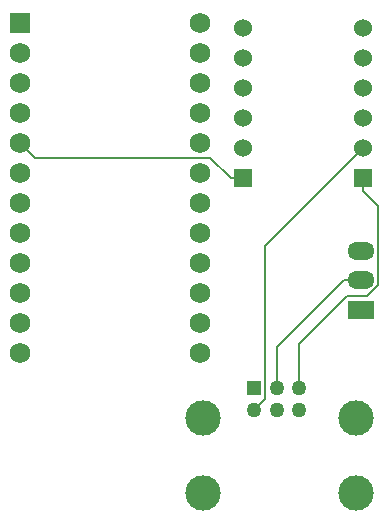
<source format=gbr>
%TF.GenerationSoftware,KiCad,Pcbnew,8.0.3*%
%TF.CreationDate,2024-07-16T22:19:37-05:00*%
%TF.ProjectId,3.3v Pro Micro Wii Connector,332e3376-2050-4726-9f20-4d6963726f20,rev?*%
%TF.SameCoordinates,Original*%
%TF.FileFunction,Copper,L1,Top*%
%TF.FilePolarity,Positive*%
%FSLAX46Y46*%
G04 Gerber Fmt 4.6, Leading zero omitted, Abs format (unit mm)*
G04 Created by KiCad (PCBNEW 8.0.3) date 2024-07-16 22:19:37*
%MOMM*%
%LPD*%
G01*
G04 APERTURE LIST*
%TA.AperFunction,ComponentPad*%
%ADD10R,1.270000X1.270000*%
%TD*%
%TA.AperFunction,ComponentPad*%
%ADD11C,1.270000*%
%TD*%
%TA.AperFunction,ComponentPad*%
%ADD12C,3.000000*%
%TD*%
%TA.AperFunction,ComponentPad*%
%ADD13C,1.524000*%
%TD*%
%TA.AperFunction,ComponentPad*%
%ADD14R,1.524000X1.524000*%
%TD*%
%TA.AperFunction,ComponentPad*%
%ADD15R,2.300000X1.500000*%
%TD*%
%TA.AperFunction,ComponentPad*%
%ADD16O,2.300000X1.500000*%
%TD*%
%TA.AperFunction,ComponentPad*%
%ADD17R,1.752600X1.752600*%
%TD*%
%TA.AperFunction,ComponentPad*%
%ADD18C,1.752600*%
%TD*%
%TA.AperFunction,Conductor*%
%ADD19C,0.200000*%
%TD*%
G04 APERTURE END LIST*
D10*
%TO.P,Connector1,1,3.3v*%
%TO.N,Net-(Connector1-2)*%
X181134000Y-112585000D03*
D11*
%TO.P,Connector1,2,SCL*%
%TO.N,Net-(Connector1-6)*%
X181134000Y-114490000D03*
%TO.P,Connector1,3,3.3v*%
%TO.N,Net-(Connector1-2)*%
X183039000Y-112585000D03*
%TO.P,Connector1,4*%
%TO.N,N/C*%
X183039000Y-114490000D03*
%TO.P,Connector1,5,SDA*%
%TO.N,Net-(Connector1-1)*%
X184944000Y-112585000D03*
%TO.P,Connector1,6,GND*%
%TO.N,Net-(Connector1-3)*%
X184944000Y-114490000D03*
D12*
%TO.P,Connector1,SH*%
%TO.N,N/C*%
X176816000Y-115125000D03*
X176816000Y-121475000D03*
X189770000Y-115125000D03*
X189770000Y-121475000D03*
%TD*%
D13*
%TO.P,U3,GND_1,GND*%
%TO.N,Net-(Connector1-3)*%
X180190000Y-87220000D03*
%TO.P,U3,GND_2,GND*%
X190350000Y-87220000D03*
%TO.P,U3,HV,HV*%
%TO.N,Net-(U2-VCC)*%
X180190000Y-89760000D03*
D14*
%TO.P,U3,HV1,HV1*%
%TO.N,Net-(U2-SDA)*%
X180190000Y-94840000D03*
D13*
%TO.P,U3,HV2,HV2*%
%TO.N,Net-(U2-SCL)*%
X180190000Y-92300000D03*
%TO.P,U3,HV3,HV3*%
%TO.N,unconnected-(U3-PadHV3)*%
X180190000Y-84680000D03*
%TO.P,U3,HV4,HV4*%
%TO.N,unconnected-(U3-PadHV4)*%
X180190000Y-82140000D03*
%TO.P,U3,LV,LV*%
%TO.N,Net-(Connector1-2)*%
X190350000Y-89760000D03*
D14*
%TO.P,U3,LV1,LV1*%
%TO.N,Net-(Connector1-1)*%
X190350000Y-94840000D03*
D13*
%TO.P,U3,LV2,LV2*%
%TO.N,Net-(Connector1-6)*%
X190350000Y-92300000D03*
%TO.P,U3,LV3,LV3*%
%TO.N,unconnected-(U3-PadLV3)*%
X190350000Y-84680000D03*
%TO.P,U3,LV4,LV4*%
%TO.N,unconnected-(U3-PadLV4)*%
X190350000Y-82140000D03*
%TD*%
D15*
%TO.P,U4,1,IN*%
%TO.N,Net-(U2-VCC)*%
X190170000Y-105980000D03*
D16*
%TO.P,U4,2,OUT*%
%TO.N,Net-(Connector1-2)*%
X190170000Y-103440000D03*
%TO.P,U4,3,GND*%
%TO.N,Net-(Connector1-3)*%
X190170000Y-100990000D03*
%TD*%
D17*
%TO.P,U2,1,TX*%
%TO.N,unconnected-(U2-TX-Pad1)*%
X161270000Y-81700000D03*
D18*
%TO.P,U2,2,RX*%
%TO.N,unconnected-(U2-RX-Pad2)*%
X161270000Y-84240000D03*
%TO.P,U2,3,GND*%
%TO.N,unconnected-(U2-GND-Pad3)*%
X161270000Y-86780000D03*
%TO.P,U2,4,GND*%
%TO.N,unconnected-(U2-GND-Pad4)*%
X161270000Y-89320000D03*
%TO.P,U2,5,SDA*%
%TO.N,Net-(U2-SDA)*%
X161270000Y-91860000D03*
%TO.P,U2,6,SCL*%
%TO.N,Net-(U2-SCL)*%
X161270000Y-94400000D03*
%TO.P,U2,7,D4*%
%TO.N,unconnected-(U2-D4-Pad7)*%
X161270000Y-96940000D03*
%TO.P,U2,8,C6*%
%TO.N,unconnected-(U2-C6-Pad8)*%
X161270000Y-99480000D03*
%TO.P,U2,9,D7*%
%TO.N,unconnected-(U2-D7-Pad9)*%
X161270000Y-102020000D03*
%TO.P,U2,10,E6*%
%TO.N,unconnected-(U2-E6-Pad10)*%
X161270000Y-104560000D03*
%TO.P,U2,11,B4*%
%TO.N,unconnected-(U2-B4-Pad11)*%
X161270000Y-107100000D03*
%TO.P,U2,12,B5*%
%TO.N,unconnected-(U2-B5-Pad12)*%
X161270000Y-109640000D03*
%TO.P,U2,13,B6*%
%TO.N,unconnected-(U2-B6-Pad13)*%
X176510000Y-109640000D03*
%TO.P,U2,14,B2*%
%TO.N,unconnected-(U2-B2-Pad14)*%
X176510000Y-107100000D03*
%TO.P,U2,15,B3*%
%TO.N,unconnected-(U2-B3-Pad15)*%
X176510000Y-104560000D03*
%TO.P,U2,16,B1*%
%TO.N,unconnected-(U2-B1-Pad16)*%
X176510000Y-102020000D03*
%TO.P,U2,17,F7*%
%TO.N,unconnected-(U2-F7-Pad17)*%
X176510000Y-99480000D03*
%TO.P,U2,18,F6*%
%TO.N,unconnected-(U2-F6-Pad18)*%
X176510000Y-96940000D03*
%TO.P,U2,19,F5*%
%TO.N,unconnected-(U2-F5-Pad19)*%
X176510000Y-94400000D03*
%TO.P,U2,20,F4*%
%TO.N,unconnected-(U2-F4-Pad20)*%
X176510000Y-91860000D03*
%TO.P,U2,21,VCC*%
%TO.N,Net-(U2-VCC)*%
X176510000Y-89320000D03*
%TO.P,U2,22,RST*%
%TO.N,unconnected-(U2-RST-Pad22)*%
X176510000Y-86780000D03*
%TO.P,U2,23,GND*%
%TO.N,Net-(Connector1-3)*%
X176510000Y-84240000D03*
%TO.P,U2,24,RAW*%
%TO.N,unconnected-(U2-RAW-Pad24)*%
X176510000Y-81700000D03*
%TD*%
D19*
%TO.N,Net-(U2-SDA)*%
X162540000Y-93130000D02*
X177416300Y-93130000D01*
X177416300Y-93130000D02*
X179126300Y-94840000D01*
X161270000Y-91860000D02*
X162540000Y-93130000D01*
X180190000Y-94840000D02*
X179126300Y-94840000D01*
%TO.N,Net-(Connector1-6)*%
X182086500Y-113537500D02*
X182086500Y-100563500D01*
X182086500Y-100563500D02*
X190350000Y-92300000D01*
X181134000Y-114490000D02*
X182086500Y-113537500D01*
%TO.N,Net-(Connector1-2)*%
X190170000Y-103440000D02*
X188718300Y-103440000D01*
X183039000Y-109119300D02*
X188718300Y-103440000D01*
X183039000Y-112585000D02*
X183039000Y-109119300D01*
%TO.N,Net-(Connector1-1)*%
X188971800Y-104851500D02*
X190685100Y-104851500D01*
X190350000Y-94840000D02*
X190350000Y-95903700D01*
X184944000Y-112585000D02*
X184944000Y-108879300D01*
X190685100Y-104851500D02*
X191625300Y-103911300D01*
X184944000Y-108879300D02*
X188971800Y-104851500D01*
X191625300Y-103911300D02*
X191625300Y-97179000D01*
X191625300Y-97179000D02*
X190350000Y-95903700D01*
%TD*%
M02*

</source>
